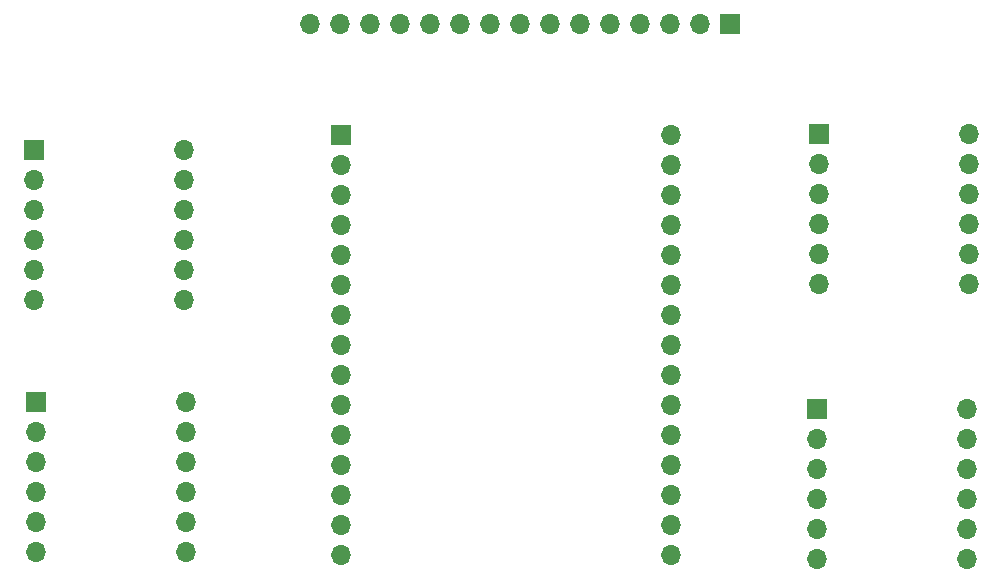
<source format=gbr>
%TF.GenerationSoftware,KiCad,Pcbnew,(6.0.6)*%
%TF.CreationDate,2022-10-14T22:33:39-05:00*%
%TF.ProjectId,unicorn,756e6963-6f72-46e2-9e6b-696361645f70,rev?*%
%TF.SameCoordinates,Original*%
%TF.FileFunction,Soldermask,Bot*%
%TF.FilePolarity,Negative*%
%FSLAX46Y46*%
G04 Gerber Fmt 4.6, Leading zero omitted, Abs format (unit mm)*
G04 Created by KiCad (PCBNEW (6.0.6)) date 2022-10-14 22:33:39*
%MOMM*%
%LPD*%
G01*
G04 APERTURE LIST*
%ADD10R,1.700000X1.700000*%
%ADD11O,1.700000X1.700000*%
G04 APERTURE END LIST*
D10*
%TO.C,U4*%
X100600000Y-79500000D03*
D11*
X100600000Y-82040000D03*
X100600000Y-84580000D03*
X100600000Y-87120000D03*
X100600000Y-89660000D03*
X100600000Y-92200000D03*
X113300000Y-92200000D03*
X113300000Y-89660000D03*
X113300000Y-87120000D03*
X113300000Y-84580000D03*
X113300000Y-82040000D03*
X113300000Y-79500000D03*
%TD*%
D10*
%TO.C,U2*%
X166750000Y-80087500D03*
D11*
X166750000Y-82627500D03*
X166750000Y-85167500D03*
X166750000Y-87707500D03*
X166750000Y-90247500D03*
X166750000Y-92787500D03*
X179450000Y-92787500D03*
X179450000Y-90247500D03*
X179450000Y-87707500D03*
X179450000Y-85167500D03*
X179450000Y-82627500D03*
X179450000Y-80087500D03*
%TD*%
D10*
%TO.C,U5*%
X126450000Y-56875000D03*
D11*
X126450000Y-59415000D03*
X126450000Y-61955000D03*
X126450000Y-64495000D03*
X126450000Y-67035000D03*
X126450000Y-69575000D03*
X126450000Y-72115000D03*
X126450000Y-74655000D03*
X126450000Y-77195000D03*
X126450000Y-79735000D03*
X126450000Y-82275000D03*
X126450000Y-84815000D03*
X126450000Y-87355000D03*
X126450000Y-89895000D03*
X126450000Y-92435000D03*
X154390000Y-92435000D03*
X154390000Y-89895000D03*
X154390000Y-87355000D03*
X154390000Y-84815000D03*
X154390000Y-82275000D03*
X154390000Y-79735000D03*
X154390000Y-77195000D03*
X154390000Y-74655000D03*
X154390000Y-72115000D03*
X154390000Y-69575000D03*
X154390000Y-67035000D03*
X154390000Y-64495000D03*
X154390000Y-61955000D03*
X154390000Y-59415000D03*
X154390000Y-56875000D03*
%TD*%
D10*
%TO.C,U1*%
X166950000Y-56787500D03*
D11*
X166950000Y-59327500D03*
X166950000Y-61867500D03*
X166950000Y-64407500D03*
X166950000Y-66947500D03*
X166950000Y-69487500D03*
X179650000Y-69487500D03*
X179650000Y-66947500D03*
X179650000Y-64407500D03*
X179650000Y-61867500D03*
X179650000Y-59327500D03*
X179650000Y-56787500D03*
%TD*%
D10*
%TO.C,J1*%
X159380000Y-47500000D03*
D11*
X156840000Y-47500000D03*
X154300000Y-47500000D03*
X151760000Y-47500000D03*
X149220000Y-47500000D03*
X146680000Y-47500000D03*
X144140000Y-47500000D03*
X141600000Y-47500000D03*
X139060000Y-47500000D03*
X136520000Y-47500000D03*
X133980000Y-47500000D03*
X131440000Y-47500000D03*
X128900000Y-47500000D03*
X126360000Y-47500000D03*
X123820000Y-47500000D03*
%TD*%
D10*
%TO.C,U3*%
X100450000Y-58187500D03*
D11*
X100450000Y-60727500D03*
X100450000Y-63267500D03*
X100450000Y-65807500D03*
X100450000Y-68347500D03*
X100450000Y-70887500D03*
X113150000Y-70887500D03*
X113150000Y-68347500D03*
X113150000Y-65807500D03*
X113150000Y-63267500D03*
X113150000Y-60727500D03*
X113150000Y-58187500D03*
%TD*%
M02*

</source>
